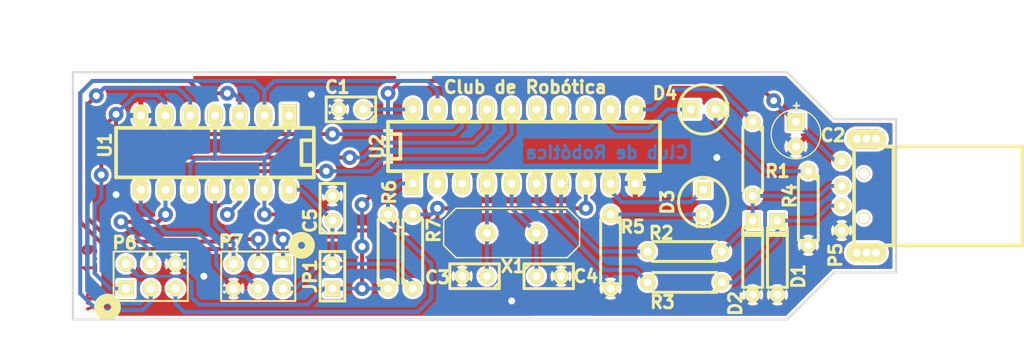
<source format=kicad_pcb>
(kicad_pcb (version 3) (host pcbnew "(2013-mar-13)-testing")
  (title_block (title "Programador USB usbtinyisp") (date "12 sep 2010") (rev 1.9) (company "Club de Robótica FIUBA") (comment 1 "Versión non PTH") (comment 2 "CC Share Alike"))
  (layers (15 Front signal) (0 Back signal) (18 B.Paste user) (19 F.Paste user) (20 B.SilkS user) (21 F.SilkS user) (22 B.Mask user) (23 F.Mask user) (28 Edge.Cuts user))
  (net 0 "")
  (net 1 +5V)
  (net 2 /Enable)
  (net 3 /MISO)
  (net 4 /MOSI)
  (net 5 /PD2)
  (net 6 /PD3)
  (net 7 /PD6)
  (net 8 /RST)
  (net 9 /RST_B)
  (net 10 /Rojo)
  (net 11 /SCK)
  (net 12 /Verde)
  (net 13 GND)
  (net 14 N-000001)
  (net 15 N-0000010)
  (net 16 N-0000019)
  (net 17 N-000002)
  (net 18 N-0000020)
  (net 19 N-0000021)
  (net 20 N-0000023)
  (net 21 N-0000024)
  (net 22 N-0000025)
  (net 23 N-0000026)
  (net 24 N-0000029)
  (net 25 N-000006)
  (net 26 N-000007)
  (net 27 N-000008)
  (net 28 N-000009)
  (net 29 VCC)
  (module USB_A_custom (layer Front) (at 205.105 124.46)
    (fp_text reference P5 (at -10.541 6.096 90) (layer F.SilkS) (effects (font (size 1.27 1.27) (thickness 0.3048))))
    (fp_text value USB_A hide)
    (pad 1 thru_hole circle (at -9.906 -3.556) (size 1.5748 1.5748) (drill 0.8128) (layers *.Cu *.Mask F.SilkS) (net 1 +5V))
    (pad 2 thru_hole circle (at -9.906 -1.016) (size 1.5748 1.5748) (drill 0.8128) (layers *.Cu *.Mask F.SilkS) (net 21 N-0000024))
    (pad 3 thru_hole circle (at -9.906 1.016) (size 1.5748 1.5748) (drill 0.8128) (layers *.Cu *.Mask F.SilkS) (net 20 N-0000023))
    (pad 4 thru_hole circle (at -9.906 3.556) (size 1.5748 1.5748) (drill 0.8128) (layers *.Cu *.Mask F.SilkS) (net 13 GND))
    (pad 5 thru_hole oval (at -7.366 -5.842) (size 4.0005 1.99898) (drill oval 0.8128) (layers *.Cu *.Mask F.SilkS))
    (pad 5 thru_hole oval (at -7.366 5.842) (size 4.0005 1.99898) (drill oval 0.8128) (layers *.Cu *.Mask F.SilkS))
    (pad 5 thru_hole circle (at -7.62 -2.286) (size 1.20142 1.20142) (drill 1.00076) (layers *.Cu *.Mask F.SilkS))
    (pad 5 thru_hole circle (at -7.62 2.286) (size 1.20142 1.20142) (drill 1.00076) (layers *.Cu *.Mask F.SilkS))
    (pad 5 thru_hole circle (at -6.3754 -5.842) (size 1.99898 1.99898) (drill 0.8128) (layers *.Cu *.Mask F.SilkS))
    (pad 5 thru_hole circle (at -8.3566 -5.842) (size 1.99898 1.99898) (drill 0.8128) (layers *.Cu *.Mask F.SilkS))
    (pad 5 thru_hole circle (at -6.3754 5.842) (size 1.99898 1.99898) (drill 0.8128) (layers *.Cu *.Mask F.SilkS))
    (pad 5 thru_hole circle (at -8.3566 5.842) (size 1.99898 1.99898) (drill 0.8128) (layers *.Cu *.Mask F.SilkS))
  )
  (module HC-18UV (layer Front) (at 161.29 128.27)
    (fp_text reference X1 (at 0.127 3.429) (layer F.SilkS) (effects (font (size 1.27 1.27) (thickness 0.3048))))
    (fp_text value 12MHz hide)
    (pad 1 thru_hole circle (at -2.54 0) (size 1.778 1.778) (drill 0.8128) (layers *.Cu *.Mask F.SilkS) (net 18 N-0000020))
    (pad 2 thru_hole circle (at 2.54 0) (size 1.778 1.778) (drill 0.8128) (layers *.Cu *.Mask F.SilkS) (net 19 N-0000021))
  )
  (module C1 (layer Front) (at 165.1 132.715)
    (fp_text reference C4 (at 3.81 0) (layer F.SilkS) (effects (font (size 1.27 1.27) (thickness 0.3048))))
    (fp_text value 22p hide)
    (pad 1 thru_hole circle (at -1.27 0) (size 1.5748 1.5748) (drill 0.8128) (layers *.Cu *.Mask F.SilkS) (net 19 N-0000021))
    (pad 2 thru_hole circle (at 1.27 0) (size 1.5748 1.5748) (drill 0.8128) (layers *.Cu *.Mask F.SilkS) (net 13 GND))
  )
  (module C1 (layer Front) (at 157.48 132.715 180)
    (fp_text reference C3 (at 3.81 -0.127 180) (layer F.SilkS) (effects (font (size 1.27 1.27) (thickness 0.3048))))
    (fp_text value 22p hide)
    (pad 1 thru_hole circle (at -1.27 0 180) (size 1.5748 1.5748) (drill 0.8128) (layers *.Cu *.Mask F.SilkS) (net 18 N-0000020))
    (pad 2 thru_hole circle (at 1.27 0 180) (size 1.5748 1.5748) (drill 0.8128) (layers *.Cu *.Mask F.SilkS) (net 13 GND))
  )
  (module C1 (layer Front) (at 144.78 115.57 180)
    (fp_text reference C1 (at 1.397 2.286 180) (layer F.SilkS) (effects (font (size 1.27 1.27) (thickness 0.3048))))
    (fp_text value 100n hide)
    (pad 1 thru_hole circle (at -1.27 0 180) (size 1.5748 1.5748) (drill 0.8128) (layers *.Cu *.Mask F.SilkS) (net 1 +5V))
    (pad 2 thru_hole circle (at 1.27 0 180) (size 1.5748 1.5748) (drill 0.8128) (layers *.Cu *.Mask F.SilkS) (net 13 GND))
  )
  (module C1V5 (layer Front) (at 190.5 118.11 270)
    (fp_text reference C2 (at 0.127 -3.81 540) (layer F.SilkS) (effects (font (size 1.27 1.27) (thickness 0.3048))))
    (fp_text value 100u hide)
    (fp_text user + (at -2.921 0 270) (layer F.SilkS) (effects (font (size 0.762 0.762) (thickness 0.1905))))
    (pad 1 thru_hole rect (at -1.27 0 270) (size 1.778 1.778) (drill 0.8128) (layers *.Cu *.Mask F.SilkS) (net 1 +5V))
    (pad 2 thru_hole circle (at 1.27 0 270) (size 1.778 1.778) (drill 0.8128) (layers *.Cu *.Mask F.SilkS) (net 13 GND))
  )
  (module LEDV (layer Front) (at 180.975 115.57)
    (fp_text reference D4 (at -3.937 -1.651 180) (layer F.SilkS) (effects (font (size 1.27 1.27) (thickness 0.3048))))
    (fp_text value LED_ROJO hide)
    (pad 1 thru_hole rect (at -1.27 0) (size 1.778 1.778) (drill 0.8128) (layers *.Cu *.Mask F.SilkS) (net 10 /Rojo))
    (pad 2 thru_hole circle (at 1.27 0) (size 1.778 1.778) (drill 0.8128) (layers *.Cu *.Mask F.SilkS) (net 14 N-000001))
  )
  (module LEDV (layer Front) (at 180.975 125.095 270)
    (fp_text reference D3 (at 0 3.683 270) (layer F.SilkS) (effects (font (size 1.27 1.27) (thickness 0.3048))))
    (fp_text value LED_VERDE hide)
    (pad 1 thru_hole rect (at -1.27 0 270) (size 1.5748 1.5748) (drill 0.8128) (layers *.Cu *.Mask F.SilkS) (net 12 /Verde))
    (pad 2 thru_hole circle (at 1.27 0 270) (size 1.5748 1.5748) (drill 0.8128) (layers *.Cu *.Mask F.SilkS) (net 17 N-000002))
  )
  (module 14DIP-ELL300 (layer Front) (at 130.81 120.015 180)
    (fp_text reference U1 (at 11.303 0.762 270) (layer F.SilkS) (effects (font (size 1.27 1.27) (thickness 0.3048))))
    (fp_text value 74HC125N hide)
    (pad 1 thru_hole rect (at -7.62 3.81 180) (size 1.5748 2.286) (drill 0.8128) (layers *.Cu *.Mask F.SilkS) (net 2 /Enable))
    (pad 2 thru_hole oval (at -5.08 3.81 180) (size 1.5748 2.286) (drill 0.8128) (layers *.Cu *.Mask F.SilkS) (net 11 /SCK))
    (pad 3 thru_hole oval (at -2.54 3.81 180) (size 1.5748 2.286) (drill 0.8128) (layers *.Cu *.Mask F.SilkS) (net 22 N-0000025))
    (pad 4 thru_hole oval (at 0 3.81 180) (size 1.5748 2.286) (drill 0.8128) (layers *.Cu *.Mask F.SilkS) (net 2 /Enable))
    (pad 5 thru_hole oval (at 2.54 3.81 180) (size 1.5748 2.286) (drill 0.8128) (layers *.Cu *.Mask F.SilkS) (net 24 N-0000029))
    (pad 6 thru_hole oval (at 5.08 3.81 180) (size 1.5748 2.286) (drill 0.8128) (layers *.Cu *.Mask F.SilkS) (net 3 /MISO))
    (pad 7 thru_hole oval (at 7.62 3.81 180) (size 1.5748 2.286) (drill 0.8128) (layers *.Cu *.Mask F.SilkS) (net 13 GND))
    (pad 8 thru_hole oval (at 7.62 -3.81 180) (size 1.5748 2.286) (drill 0.8128) (layers *.Cu *.Mask F.SilkS) (net 23 N-0000026))
    (pad 9 thru_hole oval (at 5.08 -3.81 180) (size 1.5748 2.286) (drill 0.8128) (layers *.Cu *.Mask F.SilkS) (net 4 /MOSI))
    (pad 10 thru_hole oval (at 2.54 -3.81 180) (size 1.5748 2.286) (drill 0.8128) (layers *.Cu *.Mask F.SilkS) (net 2 /Enable))
    (pad 11 thru_hole oval (at 0 -3.81 180) (size 1.5748 2.286) (drill 0.8128) (layers *.Cu *.Mask F.SilkS) (net 16 N-0000019))
    (pad 12 thru_hole oval (at -2.54 -3.81 180) (size 1.5748 2.286) (drill 0.8128) (layers *.Cu *.Mask F.SilkS) (net 9 /RST_B))
    (pad 13 thru_hole oval (at -5.08 -3.81 180) (size 1.5748 2.286) (drill 0.8128) (layers *.Cu *.Mask F.SilkS) (net 2 /Enable))
    (pad 14 thru_hole oval (at -7.62 -3.81 180) (size 1.5748 2.286) (drill 0.8128) (layers *.Cu *.Mask F.SilkS) (net 29 VCC))
  )
  (module DIP-20__300_ELL (layer Front) (at 162.56 119.38)
    (fp_text reference U2 (at -15.113 0 90) (layer F.SilkS) (effects (font (size 1.27 1.27) (thickness 0.3048))))
    (fp_text value ATTINY2313DIP/SO hide)
    (pad 1 thru_hole rect (at -11.43 3.81) (size 1.5748 2.286) (drill 0.8128) (layers *.Cu *.Mask F.SilkS) (net 8 /RST))
    (pad 2 thru_hole oval (at -8.89 3.81) (size 1.5748 2.286) (drill 0.8128) (layers *.Cu *.Mask F.SilkS) (net 25 N-000006))
    (pad 3 thru_hole oval (at -6.35 3.81) (size 1.5748 2.286) (drill 0.8128) (layers *.Cu *.Mask F.SilkS) (net 26 N-000007))
    (pad 4 thru_hole oval (at -3.81 3.81) (size 1.5748 2.286) (drill 0.8128) (layers *.Cu *.Mask F.SilkS) (net 18 N-0000020))
    (pad 5 thru_hole oval (at -1.27 3.81) (size 1.5748 2.286) (drill 0.8128) (layers *.Cu *.Mask F.SilkS) (net 19 N-0000021))
    (pad 6 thru_hole oval (at 1.27 3.81) (size 1.5748 2.286) (drill 0.8128) (layers *.Cu *.Mask F.SilkS) (net 5 /PD2))
    (pad 7 thru_hole oval (at 3.81 3.81) (size 1.5748 2.286) (drill 0.8128) (layers *.Cu *.Mask F.SilkS) (net 6 /PD3))
    (pad 8 thru_hole oval (at 6.35 3.81) (size 1.5748 2.286) (drill 0.8128) (layers *.Cu *.Mask F.SilkS) (net 2 /Enable))
    (pad 9 thru_hole oval (at 8.89 3.81) (size 1.5748 2.286) (drill 0.8128) (layers *.Cu *.Mask F.SilkS) (net 12 /Verde))
    (pad 10 thru_hole oval (at 11.43 3.81) (size 1.5748 2.286) (drill 0.8128) (layers *.Cu *.Mask F.SilkS) (net 13 GND))
    (pad 11 thru_hole oval (at 11.43 -3.81) (size 1.5748 2.286) (drill 0.8128) (layers *.Cu *.Mask F.SilkS) (net 7 /PD6))
    (pad 12 thru_hole oval (at 8.89 -3.81) (size 1.5748 2.286) (drill 0.8128) (layers *.Cu *.Mask F.SilkS) (net 10 /Rojo))
    (pad 13 thru_hole oval (at 6.35 -3.81) (size 1.5748 2.286) (drill 0.8128) (layers *.Cu *.Mask F.SilkS) (net 27 N-000008))
    (pad 14 thru_hole oval (at 3.81 -3.81) (size 1.5748 2.286) (drill 0.8128) (layers *.Cu *.Mask F.SilkS) (net 28 N-000009))
    (pad 15 thru_hole oval (at 1.27 -3.81) (size 1.5748 2.286) (drill 0.8128) (layers *.Cu *.Mask F.SilkS) (net 15 N-0000010))
    (pad 16 thru_hole oval (at -1.27 -3.81) (size 1.5748 2.286) (drill 0.8128) (layers *.Cu *.Mask F.SilkS) (net 9 /RST_B))
    (pad 17 thru_hole oval (at -3.81 -3.81) (size 1.5748 2.286) (drill 0.8128) (layers *.Cu *.Mask F.SilkS) (net 4 /MOSI))
    (pad 18 thru_hole oval (at -6.35 -3.81) (size 1.5748 2.286) (drill 0.8128) (layers *.Cu *.Mask F.SilkS) (net 3 /MISO))
    (pad 19 thru_hole oval (at -8.89 -3.81) (size 1.5748 2.286) (drill 0.8128) (layers *.Cu *.Mask F.SilkS) (net 11 /SCK))
    (pad 20 thru_hole oval (at -11.43 -3.81) (size 1.5748 2.286) (drill 0.8128) (layers *.Cu *.Mask F.SilkS) (net 1 +5V))
  )
  (module C1 (layer Front) (at 142.875 125.73 90)
    (fp_text reference C5 (at -1.27 -2.286 90) (layer F.SilkS) (effects (font (size 1.27 1.27) (thickness 0.3048))))
    (fp_text value 100n hide)
    (pad 1 thru_hole circle (at -1.27 0 90) (size 1.5748 1.5748) (drill 0.8128) (layers *.Cu *.Mask F.SilkS) (net 29 VCC))
    (pad 2 thru_hole circle (at 1.27 0 90) (size 1.5748 1.5748) (drill 0.8128) (layers *.Cu *.Mask F.SilkS) (net 13 GND))
  )
  (module pin_array_3x2 (layer Front) (at 124.206 132.715)
    (fp_text reference P6 (at -2.667 -3.429) (layer F.SilkS) (effects (font (size 1.27 1.27) (thickness 0.3048))))
    (fp_text value ISP hide)
    (pad 1 thru_hole rect (at -2.54 1.27) (size 1.6256 1.6256) (drill 0.9144) (layers *.Cu *.Mask F.SilkS) (net 3 /MISO))
    (pad 2 thru_hole circle (at -2.54 -1.27) (size 1.6256 1.6256) (drill 0.9144) (layers *.Cu *.Mask F.SilkS) (net 1 +5V))
    (pad 3 thru_hole circle (at 0 1.27) (size 1.6256 1.6256) (drill 0.9144) (layers *.Cu *.Mask F.SilkS) (net 11 /SCK))
    (pad 4 thru_hole circle (at 0 -1.27) (size 1.6256 1.6256) (drill 0.9144) (layers *.Cu *.Mask F.SilkS) (net 4 /MOSI))
    (pad 5 thru_hole circle (at 2.54 1.27) (size 1.6256 1.6256) (drill 0.9144) (layers *.Cu *.Mask F.SilkS) (net 8 /RST))
    (pad 6 thru_hole circle (at 2.54 -1.27) (size 1.6256 1.6256) (drill 0.9144) (layers *.Cu *.Mask F.SilkS) (net 13 GND))
  )
  (module pin_array_3x2 (layer Front) (at 135.255 132.715 180)
    (fp_text reference P7 (at 2.794 3.556 180) (layer F.SilkS) (effects (font (size 1.27 1.27) (thickness 0.3048))))
    (fp_text value Targ. hide)
    (pad 1 thru_hole rect (at -2.54 1.27 180) (size 1.6256 1.6256) (drill 0.9144) (layers *.Cu *.Mask F.SilkS) (net 24 N-0000029))
    (pad 2 thru_hole circle (at -2.54 -1.27 180) (size 1.6256 1.6256) (drill 0.9144) (layers *.Cu *.Mask F.SilkS) (net 29 VCC))
    (pad 3 thru_hole circle (at 0 1.27 180) (size 1.6256 1.6256) (drill 0.9144) (layers *.Cu *.Mask F.SilkS) (net 22 N-0000025))
    (pad 4 thru_hole circle (at 0 -1.27 180) (size 1.6256 1.6256) (drill 0.9144) (layers *.Cu *.Mask F.SilkS) (net 23 N-0000026))
    (pad 5 thru_hole circle (at 2.54 1.27 180) (size 1.6256 1.6256) (drill 0.9144) (layers *.Cu *.Mask F.SilkS) (net 16 N-0000019))
    (pad 6 thru_hole circle (at 2.54 -1.27 180) (size 1.6256 1.6256) (drill 0.9144) (layers *.Cu *.Mask F.SilkS) (net 13 GND))
  )
  (module D3 (layer Front) (at 188.595 130.81 90)
    (fp_text reference D1 (at -1.905 2.159 90) (layer F.SilkS) (effects (font (size 1.27 1.27) (thickness 0.3048))))
    (fp_text value 3.6V hide)
    (pad 2 thru_hole rect (at 3.81 0 90) (size 1.5748 1.5748) (drill 0.8128) (layers *.Cu *.Mask F.SilkS) (net 20 N-0000023))
    (pad 1 thru_hole circle (at -3.81 0 90) (size 1.5748 1.5748) (drill 0.8128) (layers *.Cu *.Mask F.SilkS) (net 13 GND))
  )
  (module D3 (layer Front) (at 186.055 130.81 90)
    (fp_text reference D2 (at -4.699 -1.778 90) (layer F.SilkS) (effects (font (size 1.27 1.27) (thickness 0.3048))))
    (fp_text value 3.6V hide)
    (pad 2 thru_hole rect (at 3.81 0 90) (size 1.5748 1.5748) (drill 0.8128) (layers *.Cu *.Mask F.SilkS) (net 21 N-0000024))
    (pad 1 thru_hole circle (at -3.81 0 90) (size 1.5748 1.5748) (drill 0.8128) (layers *.Cu *.Mask F.SilkS) (net 13 GND))
  )
  (module SIL-2 (layer Front) (at 142.875 132.715 90)
    (fp_text reference JP1 (at 0 -2.286 90) (layer F.SilkS) (effects (font (size 1.27 1.27) (thickness 0.3048))))
    (fp_text value VCC hide)
    (pad 1 thru_hole rect (at -1.27 0 90) (size 1.5748 1.5748) (drill 0.8128) (layers *.Cu *.Mask F.SilkS) (net 1 +5V))
    (pad 2 thru_hole circle (at 1.27 0 90) (size 1.5748 1.5748) (drill 0.8128) (layers *.Cu *.Mask F.SilkS) (net 29 VCC))
  )
  (module R3-LARGE_PADS (layer Front) (at 186.055 120.65 270)
    (fp_text reference R1 (at 1.27 -2.54 360) (layer F.SilkS) (effects (font (size 1.27 1.27) (thickness 0.3048))))
    (fp_text value 1.5K hide)
    (pad 1 thru_hole circle (at -3.81 0 270) (size 1.5748 1.5748) (drill 0.8128) (layers *.Cu *.Mask F.SilkS) (net 7 /PD6))
    (pad 2 thru_hole circle (at 3.81 0 270) (size 1.5748 1.5748) (drill 0.8128) (layers *.Cu *.Mask F.SilkS) (net 21 N-0000024))
  )
  (module R3-LARGE_PADS (layer Front) (at 179.07 130.175 180)
    (fp_text reference R2 (at 2.413 1.905 180) (layer F.SilkS) (effects (font (size 1.27 1.27) (thickness 0.3048))))
    (fp_text value 27 hide)
    (pad 1 thru_hole circle (at -3.81 0 180) (size 1.5748 1.5748) (drill 0.8128) (layers *.Cu *.Mask F.SilkS) (net 21 N-0000024))
    (pad 2 thru_hole circle (at 3.81 0 180) (size 1.5748 1.5748) (drill 0.8128) (layers *.Cu *.Mask F.SilkS) (net 6 /PD3))
  )
  (module R3-LARGE_PADS (layer Front) (at 179.07 133.35 180)
    (fp_text reference R3 (at 2.286 -2.032 180) (layer F.SilkS) (effects (font (size 1.27 1.27) (thickness 0.3048))))
    (fp_text value 27 hide)
    (pad 1 thru_hole circle (at -3.81 0 180) (size 1.5748 1.5748) (drill 0.8128) (layers *.Cu *.Mask F.SilkS) (net 20 N-0000023))
    (pad 2 thru_hole circle (at 3.81 0 180) (size 1.5748 1.5748) (drill 0.8128) (layers *.Cu *.Mask F.SilkS) (net 5 /PD2))
  )
  (module R3-LARGE_PADS (layer Front) (at 191.77 125.73 270)
    (fp_text reference R4 (at -1.27 1.905 270) (layer F.SilkS) (effects (font (size 1.27 1.27) (thickness 0.3048))))
    (fp_text value 1.5K hide)
    (pad 1 thru_hole circle (at -3.81 0 270) (size 1.5748 1.5748) (drill 0.8128) (layers *.Cu *.Mask F.SilkS) (net 14 N-000001))
    (pad 2 thru_hole circle (at 3.81 0 270) (size 1.5748 1.5748) (drill 0.8128) (layers *.Cu *.Mask F.SilkS) (net 13 GND))
  )
  (module R3-LARGE_PADS (layer Front) (at 148.59 130.175 90)
    (fp_text reference R6 (at 6.096 0.127 90) (layer F.SilkS) (effects (font (size 1.27 1.27) (thickness 0.3048))))
    (fp_text value 10K hide)
    (pad 1 thru_hole circle (at -3.81 0 90) (size 1.5748 1.5748) (drill 0.8128) (layers *.Cu *.Mask F.SilkS) (net 1 +5V))
    (pad 2 thru_hole circle (at 3.81 0 90) (size 1.5748 1.5748) (drill 0.8128) (layers *.Cu *.Mask F.SilkS) (net 8 /RST))
  )
  (module R3-LARGE_PADS (layer Front) (at 151.13 130.175 90)
    (fp_text reference R7 (at 2.159 2.159 270) (layer F.SilkS) (effects (font (size 1.27 1.27) (thickness 0.3048))))
    (fp_text value 470k hide)
    (pad 1 thru_hole circle (at -3.81 0 90) (size 1.5748 1.5748) (drill 0.8128) (layers *.Cu *.Mask F.SilkS) (net 29 VCC))
    (pad 2 thru_hole circle (at 3.81 0 90) (size 1.5748 1.5748) (drill 0.8128) (layers *.Cu *.Mask F.SilkS) (net 2 /Enable))
  )
  (module R3-LARGE_PADS (layer Front) (at 171.45 130.175 270)
    (fp_text reference R5 (at -2.54 -2.286 360) (layer F.SilkS) (effects (font (size 1.27 1.27) (thickness 0.3048))))
    (fp_text value 1.5K hide)
    (pad 1 thru_hole circle (at -3.81 0 270) (size 1.651 1.651) (drill 0.8128) (layers *.Cu *.Mask F.SilkS) (net 17 N-000002))
    (pad 2 thru_hole circle (at 3.81 0 270) (size 1.651 1.651) (drill 0.8128) (layers *.Cu *.Mask F.SilkS) (net 13 GND))
  )
  (gr_text "Club de Robótica" (at 162.687 113.284) (layer F.SilkS) (effects (font (size 1.27 1.27) (thickness 0.3048))))
  (gr_circle (center 119.761 135.89) (end 120.015 136.144) (layer F.SilkS) (width 1.016))
  (gr_circle (center 139.7 129.54) (end 139.954 129.794) (layer F.SilkS) (width 1.016))
  (gr_line (start 189.611 111.76) (end 194.437 116.586) (angle 90) (layer Edge.Cuts) (width 0.2032))
  (gr_line (start 116.205 137.16) (end 116.205 111.76) (angle 90) (layer Edge.Cuts) (width 0.2032))
  (gr_line (start 189.611 137.16) (end 116.205 137.16) (angle 90) (layer Edge.Cuts) (width 0.2032))
  (gr_line (start 194.437 132.334) (end 200.787 132.334) (angle 90) (layer Edge.Cuts) (width 0.2032))
  (gr_line (start 194.437 116.586) (end 200.787 116.586) (angle 90) (layer Edge.Cuts) (width 0.2032))
  (gr_line (start 116.205 111.76) (end 189.611 111.76) (angle 90) (layer Edge.Cuts) (width 0.2032))
  (gr_line (start 194.437 132.334) (end 189.611 137.16) (angle 90) (layer Edge.Cuts) (width 0.2032))
  (gr_line (start 200.787 116.586) (end 200.787 132.334) (angle 90) (layer Edge.Cuts) (width 0.2032))
  (gr_text "ver 1.9" (at 117.983 132.842 90) (layer Front) (effects (font (size 1.27 1.27) (thickness 0.3048))))
  (gr_text FIUBA (at 166.497 135.636) (layer Front) (effects (font (size 1.27 1.27) (thickness 0.3048))))
  (gr_text "Club de Robótica" (at 171.069 120.015) (layer Back) (effects (font (size 1.27 1.27) (thickness 0.3048)) (justify mirror)))
  (segment (start 148.59 122.682) (end 145.923 125.349) (width 0.4064) (layer Front) (net 1))
  (via (at 145.923 125.349) (size 1.524) (layers Front Back) (net 1))
  (segment (start 145.923 125.349) (end 145.923 129.667) (width 0.4064) (layer Back) (net 1))
  (via (at 145.923 129.667) (size 1.524) (layers Front Back) (net 1))
  (segment (start 145.923 129.667) (end 145.923 133.985) (width 0.4064) (layer Front) (net 1))
  (via (at 145.923 133.985) (size 1.524) (layers Front Back) (net 1))
  (segment (start 148.59 133.985) (end 145.923 133.985) (width 0.4064) (layer Back) (net 1))
  (segment (start 145.923 133.985) (end 142.875 133.985) (width 0.4064) (layer Back) (net 1))
  (segment (start 148.59 113.919) (end 148.59 122.682) (width 0.4064) (layer Front) (net 1))
  (segment (start 148.59 113.919) (end 148.59 115.57) (width 0.4064) (layer Back) (net 1))
  (segment (start 148.59 115.57) (end 148.59 115.443) (width 0.4064) (layer Back) (net 1))
  (segment (start 148.59 115.443) (end 148.59 115.57) (width 0.4064) (layer Back) (net 1))
  (segment (start 151.13 115.57) (end 148.59 115.57) (width 0.4064) (layer Back) (net 1))
  (segment (start 148.59 115.57) (end 146.05 115.57) (width 0.4064) (layer Back) (net 1))
  (segment (start 142.875 133.985) (end 141.986 133.985) (width 0.4064) (layer Back) (net 1))
  (segment (start 141.986 133.985) (end 140.335 135.636) (width 0.4064) (layer Back) (net 1))
  (segment (start 127.762 132.715) (end 122.936 132.715) (width 0.3048) (layer Back) (net 1))
  (segment (start 129.159 135.636) (end 128.397 134.874) (width 0.4064) (layer Back) (net 1))
  (segment (start 128.397 133.35) (end 128.397 134.874) (width 0.4064) (layer Back) (net 1))
  (segment (start 127.762 132.715) (end 128.397 133.35) (width 0.4064) (layer Back) (net 1))
  (segment (start 140.335 135.636) (end 129.159 135.636) (width 0.4064) (layer Back) (net 1))
  (segment (start 122.936 132.715) (end 121.666 131.445) (width 0.4064) (layer Back) (net 1))
  (segment (start 188.214 114.681) (end 186.182 112.649) (width 0.4064) (layer Front) (net 1))
  (via (at 188.214 114.681) (size 1.524) (layers Front Back) (net 1))
  (segment (start 190.373 116.84) (end 188.214 114.681) (width 0.4064) (layer Back) (net 1))
  (segment (start 190.5 116.84) (end 190.373 116.84) (width 0.4064) (layer Back) (net 1))
  (segment (start 149.86 112.649) (end 186.182 112.649) (width 0.4064) (layer Front) (net 1))
  (segment (start 149.86 112.649) (end 148.59 113.919) (width 0.4064) (layer Front) (net 1))
  (segment (start 195.199 120.904) (end 194.564 120.904) (width 0.4064) (layer Back) (net 1))
  (segment (start 194.564 120.904) (end 190.5 116.84) (width 0.4064) (layer Back) (net 1))
  (via (at 148.59 113.919) (size 1.524) (layers Front Back) (net 1))
  (segment (start 135.89 126.365) (end 138.303 126.365) (width 0.4064) (layer Front) (net 2))
  (segment (start 138.303 126.365) (end 140.589 128.651) (width 0.4064) (layer Front) (net 2))
  (segment (start 153.67 125.73) (end 153.67 126.746) (width 0.4064) (layer Front) (net 2))
  (segment (start 153.67 126.746) (end 152.4 128.016) (width 0.4064) (layer Front) (net 2))
  (segment (start 152.4 128.016) (end 145.288 128.016) (width 0.4064) (layer Front) (net 2))
  (segment (start 145.288 128.016) (end 144.653 128.651) (width 0.4064) (layer Front) (net 2))
  (segment (start 144.653 128.651) (end 140.589 128.651) (width 0.4064) (layer Front) (net 2))
  (segment (start 168.91 125.73) (end 153.67 125.73) (width 0.4064) (layer Front) (net 2))
  (via (at 153.67 125.73) (size 1.524) (layers Front Back) (net 2))
  (segment (start 153.67 125.73) (end 153.035 126.365) (width 0.4064) (layer Back) (net 2))
  (segment (start 153.035 126.365) (end 151.13 126.365) (width 0.4064) (layer Back) (net 2))
  (segment (start 168.91 123.19) (end 168.91 125.73) (width 0.4064) (layer Back) (net 2))
  (via (at 168.91 125.73) (size 1.524) (layers Front Back) (net 2))
  (segment (start 135.89 123.825) (end 135.89 126.365) (width 0.4064) (layer Back) (net 2))
  (via (at 135.89 126.365) (size 1.524) (layers Front Back) (net 2))
  (segment (start 128.27 123.825) (end 128.27 121.2088) (width 0.4064) (layer Back) (net 2))
  (segment (start 128.8288 120.65) (end 130.81 120.65) (width 0.4064) (layer Back) (net 2))
  (segment (start 128.27 121.2088) (end 128.8288 120.65) (width 0.4064) (layer Back) (net 2))
  (segment (start 130.81 116.205) (end 130.81 120.65) (width 0.4064) (layer Back) (net 2))
  (segment (start 130.8354 120.5992) (end 130.8354 120.65) (width 0.4064) (layer Back) (net 2))
  (segment (start 130.8354 120.6246) (end 130.8354 120.5992) (width 0.4064) (layer Back) (net 2))
  (segment (start 130.81 120.65) (end 130.8354 120.6246) (width 0.4064) (layer Back) (net 2))
  (segment (start 135.89 120.65) (end 130.8354 120.65) (width 0.4064) (layer Back) (net 2))
  (segment (start 138.43 116.205) (end 138.43 118.11) (width 0.4064) (layer Back) (net 2))
  (segment (start 135.89 120.65) (end 135.89 123.825) (width 0.4064) (layer Back) (net 2))
  (segment (start 138.43 118.11) (end 135.89 120.65) (width 0.4064) (layer Back) (net 2))
  (segment (start 130.81 116.205) (end 130.81 116.84) (width 0.4064) (layer Back) (net 2))
  (segment (start 142.875 118.11) (end 121.412 118.11) (width 0.4064) (layer Front) (net 3))
  (segment (start 121.412 118.11) (end 120.65 117.348) (width 0.4064) (layer Front) (net 3))
  (segment (start 120.65 117.348) (end 120.65 116.078) (width 0.4064) (layer Front) (net 3))
  (segment (start 156.21 117.3226) (end 156.21 115.57) (width 0.4064) (layer Back) (net 3))
  (segment (start 155.4226 118.11) (end 156.21 117.3226) (width 0.4064) (layer Back) (net 3))
  (via (at 142.875 118.11) (size 1.524) (layers Front Back) (net 3))
  (segment (start 142.875 118.11) (end 155.4226 118.11) (width 0.4064) (layer Back) (net 3))
  (segment (start 119.126 124.7394) (end 118.4402 125.4252) (width 0.4064) (layer Back) (net 3))
  (segment (start 120.015 133.985) (end 121.666 133.985) (width 0.4064) (layer Back) (net 3))
  (segment (start 118.4402 132.4102) (end 120.015 133.985) (width 0.4064) (layer Back) (net 3))
  (segment (start 118.4402 125.4252) (end 118.4402 132.4102) (width 0.4064) (layer Back) (net 3))
  (segment (start 120.65 116.078) (end 122.6312 114.0968) (width 0.4064) (layer Back) (net 3))
  (segment (start 119.126 117.602) (end 119.126 118.11) (width 0.4064) (layer Front) (net 3))
  (via (at 120.65 116.078) (size 1.524) (layers Front Back) (net 3))
  (segment (start 120.65 116.078) (end 119.1895 117.5385) (width 0.4064) (layer Front) (net 3))
  (segment (start 119.1895 117.5385) (end 119.126 117.602) (width 0.4064) (layer Front) (net 3))
  (segment (start 125.73 114.9604) (end 124.8664 114.0968) (width 0.4064) (layer Back) (net 3))
  (segment (start 124.8664 114.0968) (end 122.6312 114.0968) (width 0.4064) (layer Back) (net 3))
  (segment (start 125.73 114.9604) (end 125.73 116.205) (width 0.4064) (layer Back) (net 3))
  (segment (start 119.126 118.11) (end 119.126 122.301) (width 0.4064) (layer Front) (net 3))
  (via (at 119.126 122.301) (size 1.524) (layers Front Back) (net 3))
  (segment (start 119.126 122.301) (end 119.126 124.7394) (width 0.4064) (layer Back) (net 3))
  (segment (start 124.206 131.445) (end 124.206 130.175) (width 0.4064) (layer Back) (net 4))
  (segment (start 124.206 130.175) (end 121.158 127.127) (width 0.4064) (layer Back) (net 4))
  (segment (start 125.73 123.825) (end 125.73 121.793) (width 0.4064) (layer Front) (net 4))
  (segment (start 125.73 121.793) (end 127 120.523) (width 0.4064) (layer Front) (net 4))
  (segment (start 127 120.523) (end 144.653 120.523) (width 0.4064) (layer Front) (net 4))
  (segment (start 125.73 126.365) (end 125.73 123.825) (width 0.4064) (layer Back) (net 4))
  (segment (start 125.73 126.365) (end 125.73 123.825) (width 0.4064) (layer Front) (net 4))
  (via (at 125.73 126.365) (size 1.524) (layers Front Back) (net 4))
  (segment (start 147.574 118.999) (end 157.3276 118.999) (width 0.4064) (layer Back) (net 4))
  (via (at 144.653 120.523) (size 1.524) (layers Front Back) (net 4))
  (segment (start 144.653 120.523) (end 146.05 120.523) (width 0.4064) (layer Back) (net 4))
  (segment (start 146.05 120.523) (end 147.574 118.999) (width 0.4064) (layer Back) (net 4))
  (segment (start 125.73 123.825) (end 125.73 122.936) (width 0.4064) (layer Front) (net 4))
  (segment (start 158.75 117.5766) (end 158.75 115.57) (width 0.4064) (layer Back) (net 4))
  (segment (start 157.3276 118.999) (end 158.75 117.5766) (width 0.4064) (layer Back) (net 4))
  (segment (start 124.968 127.127) (end 125.73 126.365) (width 0.4064) (layer Front) (net 4))
  (via (at 121.158 127.127) (size 1.524) (layers Front Back) (net 4))
  (segment (start 121.158 127.127) (end 124.968 127.127) (width 0.4064) (layer Front) (net 4))
  (segment (start 175.26 133.35) (end 173.99 132.08) (width 0.4064) (layer Back) (net 5))
  (segment (start 163.83 125.095) (end 163.83 123.19) (width 0.4064) (layer Back) (net 5))
  (segment (start 170.815 132.08) (end 163.83 125.095) (width 0.4064) (layer Back) (net 5))
  (segment (start 173.99 132.08) (end 170.815 132.08) (width 0.4064) (layer Back) (net 5))
  (segment (start 175.26 130.175) (end 170.18 130.175) (width 0.4064) (layer Back) (net 6))
  (segment (start 166.37 126.365) (end 166.37 123.19) (width 0.4064) (layer Back) (net 6))
  (segment (start 170.18 130.175) (end 166.37 126.365) (width 0.4064) (layer Back) (net 6))
  (segment (start 173.99 115.57) (end 175.768 115.57) (width 0.4064) (layer Back) (net 7))
  (segment (start 175.768 115.57) (end 177.8254 113.5126) (width 0.4064) (layer Back) (net 7))
  (segment (start 182.7276 113.5126) (end 186.055 116.84) (width 0.4064) (layer Back) (net 7))
  (segment (start 177.8254 113.5126) (end 182.7276 113.5126) (width 0.4064) (layer Back) (net 7))
  (segment (start 186.055 116.84) (end 186.055 116.84) (width 0.4064) (layer Back) (net 7))
  (segment (start 148.59 126.365) (end 148.59 127) (width 0.4064) (layer Back) (net 8))
  (segment (start 148.59 127) (end 153.035 131.445) (width 0.4064) (layer Back) (net 8))
  (segment (start 153.035 131.445) (end 153.035 132.08) (width 0.4064) (layer Back) (net 8))
  (segment (start 153.035 132.08) (end 153.035 135.001) (width 0.4064) (layer Back) (net 8))
  (segment (start 153.035 135.001) (end 151.638 136.398) (width 0.4064) (layer Back) (net 8))
  (segment (start 151.638 136.398) (end 127.635 136.398) (width 0.4064) (layer Back) (net 8))
  (segment (start 127.635 136.398) (end 126.746 135.509) (width 0.4064) (layer Back) (net 8))
  (segment (start 148.59 126.365) (end 148.59 124.46) (width 0.4064) (layer Back) (net 8))
  (segment (start 148.59 124.46) (end 149.86 123.19) (width 0.4064) (layer Back) (net 8))
  (segment (start 149.86 123.19) (end 151.13 123.19) (width 0.4064) (layer Back) (net 8))
  (segment (start 126.746 135.509) (end 126.746 133.985) (width 0.4064) (layer Back) (net 8))
  (segment (start 133.35 123.825) (end 133.35 125.095) (width 0.4064) (layer Back) (net 9))
  (segment (start 133.35 125.095) (end 132.08 126.365) (width 0.4064) (layer Back) (net 9))
  (segment (start 133.35 123.825) (end 133.35 125.095) (width 0.4064) (layer Front) (net 9))
  (segment (start 133.35 125.095) (end 132.08 126.365) (width 0.4064) (layer Front) (net 9))
  (segment (start 148.082 120.65) (end 158.7246 120.65) (width 0.4064) (layer Back) (net 9))
  (segment (start 133.35 122.809) (end 134.239 121.92) (width 0.4064) (layer Front) (net 9))
  (segment (start 134.239 121.92) (end 142.24 121.92) (width 0.4064) (layer Front) (net 9))
  (via (at 142.24 121.92) (size 1.524) (layers Front Back) (net 9))
  (segment (start 142.24 121.92) (end 146.812 121.92) (width 0.4064) (layer Back) (net 9))
  (segment (start 146.812 121.92) (end 148.082 120.65) (width 0.4064) (layer Back) (net 9))
  (segment (start 133.35 123.825) (end 133.35 122.809) (width 0.4064) (layer Front) (net 9))
  (segment (start 161.29 118.0846) (end 161.29 115.57) (width 0.4064) (layer Back) (net 9))
  (segment (start 158.7246 120.65) (end 161.29 118.0846) (width 0.4064) (layer Back) (net 9))
  (via (at 132.08 126.365) (size 1.524) (layers Front Back) (net 9))
  (segment (start 179.705 115.57) (end 177.292 115.57) (width 0.4064) (layer Back) (net 10))
  (segment (start 177.292 115.57) (end 175.387 117.475) (width 0.4064) (layer Back) (net 10))
  (segment (start 171.45 116.84) (end 171.45 115.57) (width 0.4064) (layer Back) (net 10))
  (segment (start 172.085 117.475) (end 171.45 116.84) (width 0.4064) (layer Back) (net 10))
  (segment (start 175.387 117.475) (end 172.085 117.475) (width 0.4064) (layer Back) (net 10))
  (segment (start 124.206 133.985) (end 124.206 135.382) (width 0.4064) (layer Back) (net 11))
  (segment (start 124.206 135.382) (end 123.3932 136.1948) (width 0.4064) (layer Back) (net 11))
  (segment (start 123.3932 136.1948) (end 118.6688 136.1948) (width 0.4064) (layer Back) (net 11))
  (segment (start 136.906 112.649) (end 152.654 112.649) (width 0.4064) (layer Back) (net 11))
  (segment (start 153.67 115.57) (end 153.67 113.665) (width 0.4064) (layer Back) (net 11))
  (segment (start 153.67 113.665) (end 152.654 112.649) (width 0.4064) (layer Back) (net 11))
  (segment (start 136.906 112.649) (end 135.89 113.665) (width 0.4064) (layer Back) (net 11))
  (segment (start 135.89 116.205) (end 135.89 113.665) (width 0.4064) (layer Back) (net 11))
  (segment (start 116.967 134.493) (end 116.967 113.8936) (width 0.4064) (layer Back) (net 11))
  (segment (start 118.6688 136.1948) (end 116.967 134.493) (width 0.4064) (layer Back) (net 11))
  (segment (start 134.874 112.649) (end 135.89 113.665) (width 0.4064) (layer Back) (net 11))
  (segment (start 118.2116 112.649) (end 134.874 112.649) (width 0.4064) (layer Back) (net 11))
  (segment (start 116.967 113.8936) (end 118.2116 112.649) (width 0.4064) (layer Back) (net 11))
  (segment (start 171.45 123.19) (end 171.45 123.952) (width 0.4064) (layer Back) (net 12))
  (segment (start 179.705 125.095) (end 180.975 123.825) (width 0.4064) (layer Back) (net 12))
  (segment (start 172.593 125.095) (end 179.705 125.095) (width 0.4064) (layer Back) (net 12))
  (segment (start 171.45 123.952) (end 172.593 125.095) (width 0.4064) (layer Back) (net 12))
  (segment (start 161.29 135.255) (end 155.448 135.255) (width 0.4064) (layer Front) (net 13))
  (segment (start 155.448 135.255) (end 154.813 135.89) (width 0.4064) (layer Front) (net 13))
  (via (at 161.29 135.255) (size 1.524) (layers Front Back) (net 13))
  (segment (start 132.715 133.985) (end 130.937 133.985) (width 0.4064) (layer Front) (net 13))
  (segment (start 130.937 133.985) (end 129.667 132.715) (width 0.4064) (layer Front) (net 13))
  (via (at 129.667 132.715) (size 1.524) (layers Front Back) (net 13))
  (segment (start 129.667 132.715) (end 129.6035 132.6515) (width 0.4064) (layer Back) (net 13))
  (segment (start 129.6035 132.6515) (end 129.54 132.588) (width 0.4064) (layer Back) (net 13))
  (segment (start 129.6035 132.6515) (end 130.937 133.985) (width 0.4064) (layer Back) (net 13))
  (segment (start 130.937 133.985) (end 132.715 133.985) (width 0.4064) (layer Back) (net 13))
  (segment (start 124.079 127.762) (end 124.079 128.778) (width 0.4064) (layer Back) (net 13))
  (segment (start 120.65 124.333) (end 124.079 127.762) (width 0.4064) (layer Back) (net 13))
  (segment (start 124.079 128.778) (end 126.746 131.445) (width 0.4064) (layer Back) (net 13))
  (segment (start 126.746 131.445) (end 126.746 130.81) (width 0.4064) (layer Back) (net 13))
  (segment (start 126.746 130.81) (end 126.746 130.81) (width 0.4064) (layer Back) (net 13))
  (segment (start 182.372 121.92) (end 182.372 120.523) (width 0.4064) (layer Back) (net 13))
  (via (at 182.372 120.523) (size 1.524) (layers Front Back) (net 13))
  (segment (start 187.5282 123.4948) (end 187.5028 123.4948) (width 0.4064) (layer Back) (net 13))
  (segment (start 192.659 123.4948) (end 187.5282 123.4948) (width 0.4064) (layer Back) (net 13))
  (segment (start 193.3956 122.7582) (end 192.659 123.4948) (width 0.4064) (layer Back) (net 13))
  (segment (start 193.3956 121.1326) (end 193.3956 122.7582) (width 0.4064) (layer Back) (net 13))
  (segment (start 192.6336 120.3706) (end 193.3956 121.1326) (width 0.4064) (layer Back) (net 13))
  (segment (start 191.4906 120.3706) (end 192.6336 120.3706) (width 0.4064) (layer Back) (net 13))
  (segment (start 190.5 119.38) (end 191.4906 120.3706) (width 0.4064) (layer Back) (net 13))
  (segment (start 185.928 121.92) (end 182.372 121.92) (width 0.4064) (layer Back) (net 13))
  (segment (start 182.372 121.92) (end 182.245 121.92) (width 0.4064) (layer Back) (net 13))
  (segment (start 187.5028 123.4948) (end 185.928 121.92) (width 0.4064) (layer Back) (net 13))
  (segment (start 171.45 133.985) (end 173.0248 135.5598) (width 0.4064) (layer Back) (net 13))
  (segment (start 178.1302 135.5598) (end 179.705 133.985) (width 0.4064) (layer Back) (net 13))
  (segment (start 173.0248 135.5598) (end 178.1302 135.5598) (width 0.4064) (layer Back) (net 13))
  (segment (start 195.199 128.016) (end 194.1576 129.0574) (width 0.4064) (layer Back) (net 13))
  (segment (start 192.7606 128.5494) (end 191.77 129.54) (width 0.4064) (layer Back) (net 13))
  (segment (start 193.3702 128.5494) (end 192.7606 128.5494) (width 0.4064) (layer Back) (net 13))
  (segment (start 193.8782 129.0574) (end 193.3702 128.5494) (width 0.4064) (layer Back) (net 13))
  (segment (start 194.1576 129.0574) (end 193.8782 129.0574) (width 0.4064) (layer Back) (net 13))
  (segment (start 140.716 114.046) (end 140.716 117.856) (width 0.4064) (layer Back) (net 13))
  (segment (start 140.716 117.856) (end 140.335 118.237) (width 0.4064) (layer Back) (net 13))
  (segment (start 134.62 135.89) (end 132.715 133.985) (width 0.4064) (layer Front) (net 13))
  (segment (start 154.813 135.89) (end 134.62 135.89) (width 0.4064) (layer Front) (net 13))
  (segment (start 140.335 122.428) (end 140.335 118.237) (width 0.4064) (layer Back) (net 13))
  (segment (start 142.875 124.46) (end 142.367 124.46) (width 0.4064) (layer Back) (net 13))
  (segment (start 142.367 124.46) (end 140.335 122.428) (width 0.4064) (layer Back) (net 13))
  (segment (start 142.24 115.57) (end 143.51 115.57) (width 0.4064) (layer Back) (net 13))
  (segment (start 140.716 114.046) (end 142.24 115.57) (width 0.4064) (layer Back) (net 13))
  (via (at 140.716 114.046) (size 1.524) (layers Front Back) (net 13))
  (segment (start 142.24 115.57) (end 140.716 114.046) (width 0.4064) (layer Front) (net 13))
  (segment (start 143.51 115.57) (end 142.24 115.57) (width 0.4064) (layer Front) (net 13))
  (segment (start 139.446 119.126) (end 141.224 119.126) (width 0.4064) (layer Front) (net 13))
  (segment (start 120.65 124.333) (end 120.65 121.793) (width 0.4064) (layer Front) (net 13))
  (segment (start 120.65 121.793) (end 123.317 119.126) (width 0.4064) (layer Front) (net 13))
  (segment (start 139.446 119.126) (end 123.317 119.126) (width 0.4064) (layer Front) (net 13))
  (via (at 120.65 124.333) (size 1.524) (layers Front Back) (net 13))
  (segment (start 144.653 116.713) (end 143.51 115.57) (width 0.4064) (layer Front) (net 13))
  (segment (start 144.653 118.491) (end 144.653 116.713) (width 0.4064) (layer Front) (net 13))
  (segment (start 143.637 119.507) (end 144.653 118.491) (width 0.4064) (layer Front) (net 13))
  (segment (start 141.605 119.507) (end 143.637 119.507) (width 0.4064) (layer Front) (net 13))
  (segment (start 141.224 119.126) (end 141.605 119.507) (width 0.4064) (layer Front) (net 13))
  (segment (start 123.19 119.253) (end 123.19 116.205) (width 0.4064) (layer Back) (net 13))
  (segment (start 120.65 121.793) (end 123.19 119.253) (width 0.4064) (layer Back) (net 13))
  (segment (start 120.65 124.333) (end 120.65 121.793) (width 0.4064) (layer Back) (net 13))
  (segment (start 129.54 132.588) (end 128.397 131.445) (width 0.4064) (layer Back) (net 13))
  (segment (start 128.27 131.445) (end 126.746 131.445) (width 0.4064) (layer Back) (net 13))
  (segment (start 173.99 123.19) (end 176.53 123.19) (width 0.4064) (layer Back) (net 13))
  (segment (start 184.785 135.89) (end 186.055 134.62) (width 0.4064) (layer Back) (net 13))
  (segment (start 179.705 133.985) (end 181.61 135.89) (width 0.4064) (layer Back) (net 13))
  (segment (start 181.61 135.89) (end 184.785 135.89) (width 0.4064) (layer Back) (net 13))
  (segment (start 179.705 130.81) (end 179.705 133.985) (width 0.4064) (layer Back) (net 13))
  (segment (start 182.245 121.92) (end 183.515 123.19) (width 0.4064) (layer Back) (net 13))
  (segment (start 183.515 123.19) (end 183.515 127) (width 0.4064) (layer Back) (net 13))
  (segment (start 183.515 127) (end 179.705 130.81) (width 0.4064) (layer Back) (net 13))
  (segment (start 177.8 121.92) (end 182.245 121.92) (width 0.4064) (layer Back) (net 13))
  (segment (start 176.53 123.19) (end 177.8 121.92) (width 0.4064) (layer Back) (net 13))
  (segment (start 186.055 134.62) (end 189.23 131.445) (width 0.4064) (layer Back) (net 13))
  (segment (start 189.23 131.445) (end 189.865 131.445) (width 0.4064) (layer Back) (net 13))
  (segment (start 188.595 134.62) (end 189.865 133.35) (width 0.4064) (layer Back) (net 13))
  (segment (start 189.865 131.445) (end 191.77 129.54) (width 0.4064) (layer Back) (net 13))
  (segment (start 189.865 133.35) (end 189.865 131.445) (width 0.4064) (layer Back) (net 13))
  (segment (start 166.37 132.715) (end 168.91 135.255) (width 0.4064) (layer Back) (net 13))
  (segment (start 171.45 133.985) (end 170.18 135.255) (width 0.4064) (layer Back) (net 13))
  (segment (start 158.75 135.255) (end 156.21 132.715) (width 0.4064) (layer Back) (net 13))
  (segment (start 170.18 135.255) (end 168.91 135.255) (width 0.4064) (layer Back) (net 13))
  (segment (start 168.91 135.255) (end 161.29 135.255) (width 0.4064) (layer Back) (net 13))
  (segment (start 161.29 135.255) (end 158.75 135.255) (width 0.4064) (layer Back) (net 13))
  (segment (start 182.245 115.57) (end 182.245 116.84) (width 0.4064) (layer Back) (net 14))
  (segment (start 187.325 121.92) (end 182.245 116.84) (width 0.4064) (layer Back) (net 14))
  (segment (start 187.325 121.92) (end 191.77 121.92) (width 0.4064) (layer Back) (net 14))
  (segment (start 132.715 130.81) (end 132.715 129.286) (width 0.4064) (layer Back) (net 16))
  (segment (start 130.81 127.381) (end 130.81 123.825) (width 0.4064) (layer Back) (net 16))
  (segment (start 132.715 129.286) (end 130.81 127.381) (width 0.4064) (layer Back) (net 16))
  (segment (start 171.45 126.365) (end 180.975 126.365) (width 0.4064) (layer Back) (net 17))
  (segment (start 158.75 128.27) (end 158.75 132.715) (width 0.4064) (layer Back) (net 18))
  (segment (start 158.75 123.19) (end 158.75 128.27) (width 0.4064) (layer Back) (net 18))
  (segment (start 163.83 128.27) (end 163.83 132.715) (width 0.4064) (layer Back) (net 19))
  (segment (start 161.29 123.19) (end 161.29 125.73) (width 0.4064) (layer Back) (net 19))
  (segment (start 161.29 125.73) (end 163.83 128.27) (width 0.4064) (layer Back) (net 19))
  (segment (start 182.88 133.35) (end 184.15 133.35) (width 0.4064) (layer Back) (net 20))
  (segment (start 188.595 128.905) (end 188.595 127) (width 0.4064) (layer Back) (net 20))
  (segment (start 184.15 133.35) (end 188.595 128.905) (width 0.4064) (layer Back) (net 20))
  (segment (start 195.199 125.476) (end 193.929 125.476) (width 0.4064) (layer Back) (net 20))
  (segment (start 192.405 127) (end 188.595 127) (width 0.4064) (layer Back) (net 20))
  (segment (start 193.929 125.476) (end 192.405 127) (width 0.4064) (layer Back) (net 20))
  (segment (start 182.88 130.175) (end 186.055 127) (width 0.4064) (layer Back) (net 21))
  (segment (start 195.199 123.444) (end 193.929 123.444) (width 0.4064) (layer Back) (net 21))
  (segment (start 192.913 124.46) (end 186.055 124.46) (width 0.4064) (layer Back) (net 21))
  (segment (start 193.929 123.444) (end 192.913 124.46) (width 0.4064) (layer Back) (net 21))
  (segment (start 186.055 127) (end 186.055 124.46) (width 0.4064) (layer Back) (net 21))
  (segment (start 135.255 128.905) (end 133.731 128.905) (width 0.4064) (layer Front) (net 22))
  (segment (start 133.731 128.905) (end 132.715 129.921) (width 0.4064) (layer Front) (net 22))
  (segment (start 133.35 116.205) (end 133.35 114.554) (width 0.4064) (layer Back) (net 22))
  (segment (start 133.35 114.554) (end 132.715 113.919) (width 0.4064) (layer Back) (net 22))
  (segment (start 132.715 113.919) (end 132.08 113.919) (width 0.4064) (layer Back) (net 22))
  (segment (start 132.08 113.919) (end 129.413 113.919) (width 0.4064) (layer Front) (net 22))
  (via (at 132.08 113.919) (size 1.524) (layers Front Back) (net 22))
  (segment (start 127.127 129.921) (end 119.761 129.921) (width 0.4064) (layer Front) (net 22))
  (segment (start 118.237 112.649) (end 116.967 113.919) (width 0.4064) (layer Front) (net 22))
  (segment (start 116.967 113.919) (end 116.967 127.127) (width 0.4064) (layer Front) (net 22))
  (segment (start 116.967 127.127) (end 119.761 129.921) (width 0.4064) (layer Front) (net 22))
  (segment (start 129.413 113.919) (end 128.143 112.649) (width 0.4064) (layer Front) (net 22))
  (segment (start 128.143 112.649) (end 118.237 112.649) (width 0.4064) (layer Front) (net 22))
  (segment (start 127.127 129.921) (end 127.127 129.921) (width 0.4064) (layer Front) (net 22))
  (segment (start 132.715 129.921) (end 130.937 129.921) (width 0.4064) (layer Front) (net 22))
  (segment (start 130.937 129.921) (end 127.127 129.921) (width 0.4064) (layer Front) (net 22))
  (segment (start 135.255 130.81) (end 135.255 128.905) (width 0.4064) (layer Back) (net 22))
  (segment (start 135.255 128.905) (end 135.128 128.778) (width 0.4064) (layer Front) (net 22))
  (via (at 135.255 128.905) (size 1.524) (layers Front Back) (net 22))
  (segment (start 130.937 130.048) (end 129.159 128.27) (width 0.4064) (layer Back) (net 23))
  (segment (start 135.255 133.985) (end 133.985 132.715) (width 0.4064) (layer Back) (net 23))
  (segment (start 129.159 128.27) (end 125.73 128.27) (width 0.4064) (layer Back) (net 23))
  (segment (start 125.73 128.27) (end 123.19 125.73) (width 0.4064) (layer Back) (net 23))
  (segment (start 123.19 125.73) (end 123.19 123.825) (width 0.4064) (layer Back) (net 23))
  (segment (start 132.08 132.715) (end 130.937 131.572) (width 0.4064) (layer Back) (net 23))
  (segment (start 133.985 132.715) (end 132.08 132.715) (width 0.3048) (layer Back) (net 23))
  (segment (start 130.937 131.572) (end 130.937 130.048) (width 0.4064) (layer Back) (net 23))
  (segment (start 132.334 129.159) (end 133.858 127.635) (width 0.4064) (layer Front) (net 24))
  (segment (start 120.142 129.159) (end 132.334 129.159) (width 0.4064) (layer Front) (net 24))
  (segment (start 133.858 127.635) (end 136.525 127.635) (width 0.4064) (layer Front) (net 24))
  (segment (start 136.525 127.635) (end 137.795 128.905) (width 0.4064) (layer Front) (net 24))
  (segment (start 127.0254 113.3856) (end 119.4054 113.3856) (width 0.4064) (layer Back) (net 24))
  (segment (start 119.4054 113.3856) (end 118.618 114.173) (width 0.4064) (layer Back) (net 24))
  (segment (start 117.729 126.746) (end 117.729 115.062) (width 0.4064) (layer Front) (net 24))
  (segment (start 117.729 115.062) (end 118.618 114.173) (width 0.4064) (layer Front) (net 24))
  (segment (start 117.729 126.746) (end 120.142 129.159) (width 0.4064) (layer Front) (net 24))
  (via (at 118.618 114.173) (size 1.524) (layers Front Back) (net 24))
  (segment (start 128.27 114.6302) (end 128.27 116.205) (width 0.4064) (layer Back) (net 24))
  (segment (start 128.27 114.6302) (end 127.0254 113.3856) (width 0.4064) (layer Back) (net 24))
  (segment (start 137.795 130.81) (end 137.795 128.905) (width 0.4064) (layer Back) (net 24))
  (segment (start 137.795 128.905) (end 137.922 128.905) (width 0.3048) (layer Front) (net 24))
  (via (at 137.795 128.905) (size 1.524) (layers Front Back) (net 24))
  (segment (start 142.875 131.445) (end 149.225 131.445) (width 0.4064) (layer Back) (net 29))
  (segment (start 149.225 131.445) (end 151.13 133.35) (width 0.4064) (layer Back) (net 29))
  (segment (start 151.13 133.35) (end 151.13 133.985) (width 0.4064) (layer Back) (net 29))
  (segment (start 137.795 133.985) (end 139.065 133.985) (width 0.4064) (layer Back) (net 29))
  (segment (start 139.065 133.985) (end 141.605 131.445) (width 0.4064) (layer Back) (net 29))
  (segment (start 141.605 131.445) (end 142.875 131.445) (width 0.4064) (layer Back) (net 29))
  (segment (start 142.875 131.445) (end 142.875 127) (width 0.4064) (layer Back) (net 29))
  (segment (start 138.43 123.825) (end 139.7 123.825) (width 0.4064) (layer Back) (net 29))
  (segment (start 139.7 123.825) (end 142.875 127) (width 0.4064) (layer Back) (net 29))
  (zone (net 13) (net_name GND) (layer Back) (connect_pads (clearance 0.1016)) (min_thickness 0.3048) (fill (arc_segments 16) (thermal_gap 0.3048) (thermal_bridge_width 0.508))
    (polygon (pts (xy 189.484 112.141) (xy 116.586 112.141) (xy 116.586 136.779) (xy 189.484 136.779) (xy 194.31 131.953) (xy 200.406 131.953) (xy 200.406 116.967) (xy 194.31 116.967)))
  )
  (zone (net 13) (net_name GND) (layer Front) (connect_pads (clearance 0.1016)) (min_thickness 0.3048) (fill (arc_segments 16) (thermal_gap 0.3048) (thermal_bridge_width 0.508))
    (polygon (pts (xy 189.484 136.779) (xy 116.586 136.779) (xy 116.586 112.141) (xy 189.484 112.141) (xy 194.31 116.967) (xy 200.406 116.967) (xy 200.406 131.953) (xy 194.31 131.953)))
  )
)
</source>
